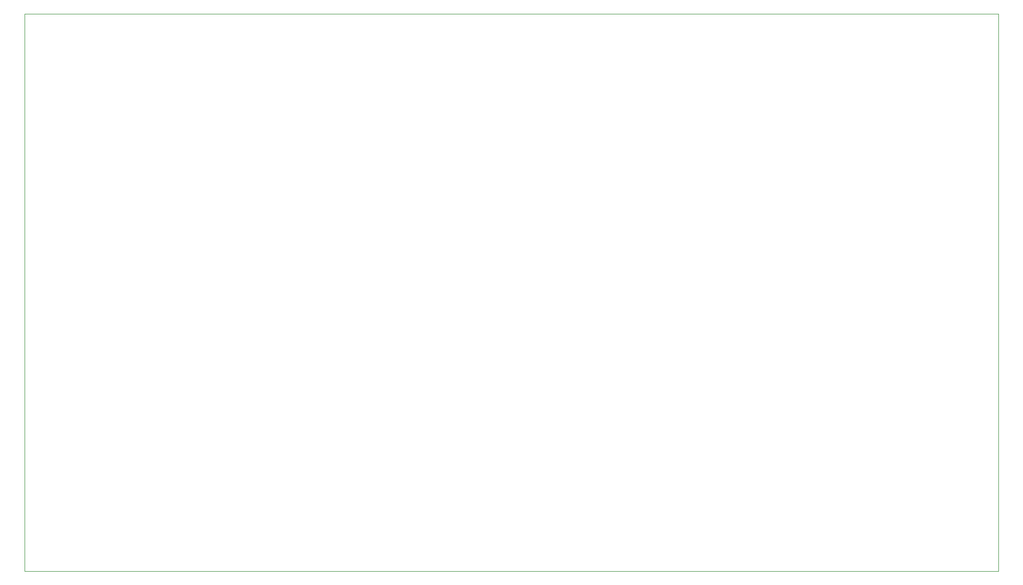
<source format=gbr>
G04 #@! TF.GenerationSoftware,KiCad,Pcbnew,(5.1.5)-2*
G04 #@! TF.CreationDate,2020-02-03T19:36:57+01:00*
G04 #@! TF.ProjectId,Main Board,4d61696e-2042-46f6-9172-642e6b696361,rev?*
G04 #@! TF.SameCoordinates,Original*
G04 #@! TF.FileFunction,Profile,NP*
%FSLAX46Y46*%
G04 Gerber Fmt 4.6, Leading zero omitted, Abs format (unit mm)*
G04 Created by KiCad (PCBNEW (5.1.5)-2) date 2020-02-03 19:36:57*
%MOMM*%
%LPD*%
G04 APERTURE LIST*
%ADD10C,0.050000*%
G04 APERTURE END LIST*
D10*
X204000000Y-116000000D02*
X204000000Y-24000000D01*
X43000000Y-116000000D02*
X204000000Y-116000000D01*
X43000000Y-89000000D02*
X43000000Y-116000000D01*
X119000000Y-24000000D02*
X204000000Y-24000000D01*
X43000000Y-24000000D02*
X43000000Y-89000000D01*
X43000000Y-24000000D02*
X119000000Y-24000000D01*
M02*

</source>
